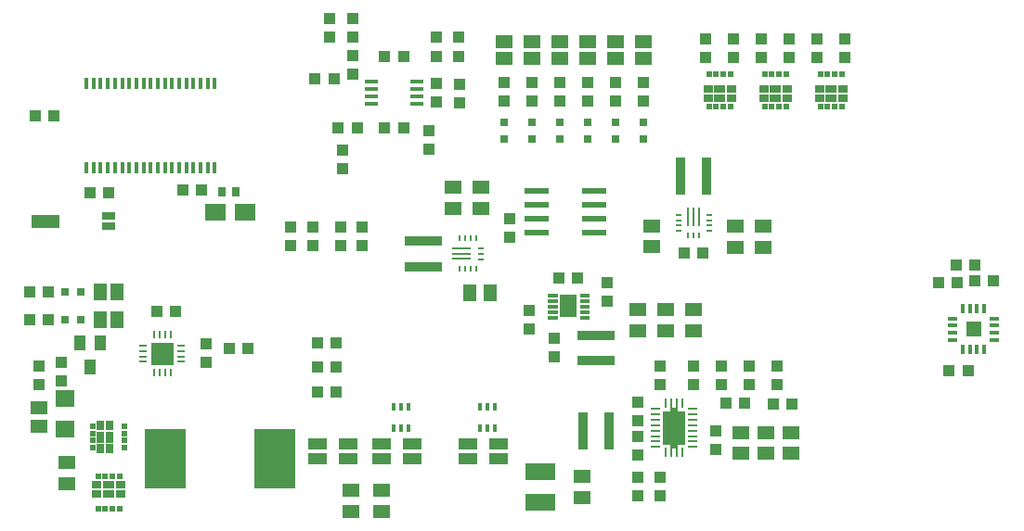
<source format=gtp>
G75*
%MOIN*%
%OFA0B0*%
%FSLAX25Y25*%
%IPPOS*%
%LPD*%
%AMOC8*
5,1,8,0,0,1.08239X$1,22.5*
%
%ADD10R,0.01378X0.03937*%
%ADD11R,0.08661X0.02362*%
%ADD12R,0.01100X0.03100*%
%ADD13R,0.03100X0.01100*%
%ADD14R,0.08400X0.08400*%
%ADD15R,0.07000X0.00900*%
%ADD16R,0.00900X0.02400*%
%ADD17R,0.02400X0.00900*%
%ADD18R,0.05118X0.05906*%
%ADD19R,0.05906X0.05118*%
%ADD20R,0.04331X0.03937*%
%ADD21R,0.06299X0.08465*%
%ADD22C,0.00011*%
%ADD23R,0.13200X0.03800*%
%ADD24R,0.03937X0.04331*%
%ADD25R,0.03150X0.03150*%
%ADD26R,0.06300X0.04600*%
%ADD27R,0.00900X0.07000*%
%ADD28R,0.03800X0.13200*%
%ADD29R,0.04724X0.01181*%
%ADD30R,0.01181X0.02953*%
%ADD31R,0.06800X0.04330*%
%ADD32R,0.07677X0.05906*%
%ADD33R,0.02756X0.03543*%
%ADD34R,0.05000X0.02500*%
%ADD35R,0.10000X0.05000*%
%ADD36R,0.01102X0.03346*%
%ADD37R,0.03346X0.01102*%
%ADD38R,0.08071X0.12008*%
%ADD39R,0.00906X0.04528*%
%ADD40R,0.03071X0.15157*%
%ADD41R,0.15157X0.21654*%
%ADD42R,0.02200X0.02000*%
%ADD43R,0.03000X0.03500*%
%ADD44R,0.03000X0.04000*%
%ADD45R,0.02000X0.02200*%
%ADD46R,0.03500X0.03000*%
%ADD47R,0.04000X0.03000*%
%ADD48R,0.04600X0.06300*%
%ADD49R,0.10630X0.06299*%
%ADD50R,0.03937X0.05512*%
%ADD51R,0.07098X0.06299*%
%ADD52R,0.01654X0.03346*%
%ADD53R,0.03346X0.01654*%
%ADD54R,0.05669X0.05669*%
D10*
X0054071Y0147329D03*
X0056630Y0147329D03*
X0059189Y0147329D03*
X0061749Y0147329D03*
X0064308Y0147329D03*
X0066867Y0147329D03*
X0069426Y0147329D03*
X0071985Y0147329D03*
X0074544Y0147329D03*
X0077103Y0147329D03*
X0079662Y0147329D03*
X0082221Y0147329D03*
X0084780Y0147329D03*
X0087339Y0147329D03*
X0089898Y0147329D03*
X0092457Y0147329D03*
X0095016Y0147329D03*
X0097575Y0147329D03*
X0100134Y0147329D03*
X0100134Y0177644D03*
X0097575Y0177644D03*
X0095016Y0177644D03*
X0092457Y0177644D03*
X0089898Y0177644D03*
X0087339Y0177644D03*
X0084780Y0177644D03*
X0082221Y0177644D03*
X0079662Y0177644D03*
X0077103Y0177644D03*
X0074544Y0177644D03*
X0071985Y0177644D03*
X0069426Y0177644D03*
X0066867Y0177644D03*
X0064308Y0177644D03*
X0061749Y0177644D03*
X0059189Y0177644D03*
X0056630Y0177644D03*
X0054071Y0177644D03*
D11*
X0215764Y0138806D03*
X0215764Y0133806D03*
X0215764Y0128806D03*
X0215764Y0123806D03*
X0236237Y0123806D03*
X0236237Y0128806D03*
X0236237Y0133806D03*
X0236237Y0138806D03*
D12*
X0084229Y0087329D03*
X0082260Y0087329D03*
X0080292Y0087329D03*
X0078323Y0087329D03*
X0078323Y0073550D03*
X0080292Y0073550D03*
X0082260Y0073550D03*
X0084229Y0073550D03*
D13*
X0088166Y0077486D03*
X0088166Y0079455D03*
X0088166Y0081424D03*
X0088166Y0083393D03*
X0074386Y0083393D03*
X0074386Y0081424D03*
X0074386Y0079455D03*
X0074386Y0077486D03*
D14*
X0081276Y0080439D03*
D15*
X0188855Y0114495D03*
X0188855Y0116424D03*
X0188855Y0118353D03*
D16*
X0188087Y0121935D03*
X0190056Y0121935D03*
X0192024Y0121935D03*
X0193993Y0121935D03*
X0193993Y0110912D03*
X0192024Y0110912D03*
X0190056Y0110912D03*
X0188087Y0110912D03*
X0270134Y0122959D03*
X0272103Y0122959D03*
X0274071Y0122959D03*
D17*
X0277615Y0124534D03*
X0277615Y0126502D03*
X0277615Y0128471D03*
X0277615Y0130439D03*
X0266591Y0130439D03*
X0266591Y0128471D03*
X0266591Y0126502D03*
X0266591Y0124534D03*
X0195567Y0118392D03*
X0195567Y0116424D03*
X0195567Y0114455D03*
D18*
X0199150Y0102408D03*
X0191670Y0102408D03*
D19*
X0195567Y0132762D03*
X0185646Y0132762D03*
X0185646Y0140243D03*
X0195567Y0140243D03*
X0257103Y0126463D03*
X0257103Y0118983D03*
X0287103Y0118746D03*
X0297103Y0118746D03*
X0297103Y0126227D03*
X0287103Y0126227D03*
X0272103Y0096227D03*
X0262103Y0096227D03*
X0262103Y0088746D03*
X0272103Y0088746D03*
X0252103Y0088746D03*
X0252103Y0096227D03*
X0289150Y0052132D03*
X0298166Y0052132D03*
X0307182Y0052132D03*
X0307182Y0044652D03*
X0298166Y0044652D03*
X0289150Y0044652D03*
X0232103Y0036227D03*
X0232103Y0028746D03*
X0159977Y0031227D03*
X0148914Y0031227D03*
X0148914Y0023746D03*
X0159977Y0023746D03*
X0047103Y0033746D03*
X0047103Y0041227D03*
X0037103Y0054140D03*
X0037103Y0060833D03*
D20*
X0079308Y0095518D03*
X0086000Y0095518D03*
X0127497Y0119376D03*
X0127497Y0126069D03*
X0153087Y0126069D03*
X0153087Y0119376D03*
X0145882Y0146935D03*
X0145882Y0153628D03*
X0177040Y0153825D03*
X0177040Y0160518D03*
X0188083Y0170558D03*
X0179540Y0170951D03*
X0179540Y0177644D03*
X0188083Y0177250D03*
X0179540Y0187451D03*
X0179540Y0194144D03*
X0167886Y0187298D03*
X0161193Y0187298D03*
X0149540Y0187644D03*
X0149540Y0194180D03*
X0149540Y0200872D03*
X0149540Y0180951D03*
X0204150Y0177959D03*
X0204150Y0171266D03*
X0214150Y0171266D03*
X0224150Y0171266D03*
X0224150Y0177959D03*
X0214150Y0177959D03*
X0234150Y0177959D03*
X0244150Y0177959D03*
X0244150Y0171266D03*
X0234150Y0171266D03*
X0254150Y0171266D03*
X0254150Y0177959D03*
X0276473Y0186817D03*
X0286473Y0186817D03*
X0286473Y0193510D03*
X0276473Y0193510D03*
X0296473Y0193510D03*
X0306473Y0193510D03*
X0306473Y0186817D03*
X0296473Y0186817D03*
X0316473Y0186817D03*
X0326473Y0186817D03*
X0326473Y0193510D03*
X0316473Y0193510D03*
X0205922Y0128904D03*
X0205922Y0122211D03*
X0223756Y0107487D03*
X0230449Y0107487D03*
X0241119Y0105912D03*
X0241119Y0099219D03*
X0213166Y0096109D03*
X0213166Y0089416D03*
X0252103Y0062880D03*
X0252103Y0056187D03*
X0272103Y0069140D03*
X0272103Y0075833D03*
X0302103Y0075833D03*
X0302103Y0069140D03*
X0359878Y0105991D03*
X0366571Y0105991D03*
X0373166Y0106483D03*
X0379859Y0106483D03*
X0143638Y0066621D03*
X0136945Y0066621D03*
X0095410Y0139471D03*
X0088717Y0139471D03*
X0061945Y0138471D03*
X0055252Y0138471D03*
D21*
X0227103Y0097487D03*
D22*
X0222964Y0098033D02*
X0219726Y0098033D01*
X0222964Y0098033D02*
X0222964Y0096941D01*
X0219726Y0096941D01*
X0219726Y0098033D01*
X0219726Y0096951D02*
X0222964Y0096951D01*
X0222964Y0096961D02*
X0219726Y0096961D01*
X0219726Y0096971D02*
X0222964Y0096971D01*
X0222964Y0096981D02*
X0219726Y0096981D01*
X0219726Y0096991D02*
X0222964Y0096991D01*
X0222964Y0097001D02*
X0219726Y0097001D01*
X0219726Y0097011D02*
X0222964Y0097011D01*
X0222964Y0097021D02*
X0219726Y0097021D01*
X0219726Y0097031D02*
X0222964Y0097031D01*
X0222964Y0097041D02*
X0219726Y0097041D01*
X0219726Y0097051D02*
X0222964Y0097051D01*
X0222964Y0097061D02*
X0219726Y0097061D01*
X0219726Y0097071D02*
X0222964Y0097071D01*
X0222964Y0097081D02*
X0219726Y0097081D01*
X0219726Y0097091D02*
X0222964Y0097091D01*
X0222964Y0097101D02*
X0219726Y0097101D01*
X0219726Y0097111D02*
X0222964Y0097111D01*
X0222964Y0097121D02*
X0219726Y0097121D01*
X0219726Y0097131D02*
X0222964Y0097131D01*
X0222964Y0097141D02*
X0219726Y0097141D01*
X0219726Y0097151D02*
X0222964Y0097151D01*
X0222964Y0097161D02*
X0219726Y0097161D01*
X0219726Y0097171D02*
X0222964Y0097171D01*
X0222964Y0097181D02*
X0219726Y0097181D01*
X0219726Y0097191D02*
X0222964Y0097191D01*
X0222964Y0097201D02*
X0219726Y0097201D01*
X0219726Y0097211D02*
X0222964Y0097211D01*
X0222964Y0097221D02*
X0219726Y0097221D01*
X0219726Y0097231D02*
X0222964Y0097231D01*
X0222964Y0097241D02*
X0219726Y0097241D01*
X0219726Y0097251D02*
X0222964Y0097251D01*
X0222964Y0097261D02*
X0219726Y0097261D01*
X0219726Y0097271D02*
X0222964Y0097271D01*
X0222964Y0097281D02*
X0219726Y0097281D01*
X0219726Y0097291D02*
X0222964Y0097291D01*
X0222964Y0097301D02*
X0219726Y0097301D01*
X0219726Y0097311D02*
X0222964Y0097311D01*
X0222964Y0097321D02*
X0219726Y0097321D01*
X0219726Y0097331D02*
X0222964Y0097331D01*
X0222964Y0097341D02*
X0219726Y0097341D01*
X0219726Y0097351D02*
X0222964Y0097351D01*
X0222964Y0097361D02*
X0219726Y0097361D01*
X0219726Y0097371D02*
X0222964Y0097371D01*
X0222964Y0097381D02*
X0219726Y0097381D01*
X0219726Y0097391D02*
X0222964Y0097391D01*
X0222964Y0097401D02*
X0219726Y0097401D01*
X0219726Y0097411D02*
X0222964Y0097411D01*
X0222964Y0097421D02*
X0219726Y0097421D01*
X0219726Y0097431D02*
X0222964Y0097431D01*
X0222964Y0097441D02*
X0219726Y0097441D01*
X0219726Y0097451D02*
X0222964Y0097451D01*
X0222964Y0097461D02*
X0219726Y0097461D01*
X0219726Y0097471D02*
X0222964Y0097471D01*
X0222964Y0097481D02*
X0219726Y0097481D01*
X0219726Y0097491D02*
X0222964Y0097491D01*
X0222964Y0097501D02*
X0219726Y0097501D01*
X0219726Y0097511D02*
X0222964Y0097511D01*
X0222964Y0097521D02*
X0219726Y0097521D01*
X0219726Y0097531D02*
X0222964Y0097531D01*
X0222964Y0097541D02*
X0219726Y0097541D01*
X0219726Y0097551D02*
X0222964Y0097551D01*
X0222964Y0097561D02*
X0219726Y0097561D01*
X0219726Y0097571D02*
X0222964Y0097571D01*
X0222964Y0097581D02*
X0219726Y0097581D01*
X0219726Y0097591D02*
X0222964Y0097591D01*
X0222964Y0097601D02*
X0219726Y0097601D01*
X0219726Y0097611D02*
X0222964Y0097611D01*
X0222964Y0097621D02*
X0219726Y0097621D01*
X0219726Y0097631D02*
X0222964Y0097631D01*
X0222964Y0097641D02*
X0219726Y0097641D01*
X0219726Y0097651D02*
X0222964Y0097651D01*
X0222964Y0097661D02*
X0219726Y0097661D01*
X0219726Y0097671D02*
X0222964Y0097671D01*
X0222964Y0097681D02*
X0219726Y0097681D01*
X0219726Y0097691D02*
X0222964Y0097691D01*
X0222964Y0097701D02*
X0219726Y0097701D01*
X0219726Y0097711D02*
X0222964Y0097711D01*
X0222964Y0097721D02*
X0219726Y0097721D01*
X0219726Y0097731D02*
X0222964Y0097731D01*
X0222964Y0097741D02*
X0219726Y0097741D01*
X0219726Y0097751D02*
X0222964Y0097751D01*
X0222964Y0097761D02*
X0219726Y0097761D01*
X0219726Y0097771D02*
X0222964Y0097771D01*
X0222964Y0097781D02*
X0219726Y0097781D01*
X0219726Y0097791D02*
X0222964Y0097791D01*
X0222964Y0097801D02*
X0219726Y0097801D01*
X0219726Y0097811D02*
X0222964Y0097811D01*
X0222964Y0097821D02*
X0219726Y0097821D01*
X0219726Y0097831D02*
X0222964Y0097831D01*
X0222964Y0097841D02*
X0219726Y0097841D01*
X0219726Y0097851D02*
X0222964Y0097851D01*
X0222964Y0097861D02*
X0219726Y0097861D01*
X0219726Y0097871D02*
X0222964Y0097871D01*
X0222964Y0097881D02*
X0219726Y0097881D01*
X0219726Y0097891D02*
X0222964Y0097891D01*
X0222964Y0097901D02*
X0219726Y0097901D01*
X0219726Y0097911D02*
X0222964Y0097911D01*
X0222964Y0097921D02*
X0219726Y0097921D01*
X0219726Y0097931D02*
X0222964Y0097931D01*
X0222964Y0097941D02*
X0219726Y0097941D01*
X0219726Y0097951D02*
X0222964Y0097951D01*
X0222964Y0097961D02*
X0219726Y0097961D01*
X0219726Y0097971D02*
X0222964Y0097971D01*
X0222964Y0097981D02*
X0219726Y0097981D01*
X0219726Y0097991D02*
X0222964Y0097991D01*
X0222964Y0098001D02*
X0219726Y0098001D01*
X0219726Y0098011D02*
X0222964Y0098011D01*
X0222964Y0098021D02*
X0219726Y0098021D01*
X0219726Y0098031D02*
X0222964Y0098031D01*
X0222964Y0100001D02*
X0219726Y0100001D01*
X0222964Y0100001D02*
X0222964Y0098909D01*
X0219726Y0098909D01*
X0219726Y0100001D01*
X0219726Y0098919D02*
X0222964Y0098919D01*
X0222964Y0098929D02*
X0219726Y0098929D01*
X0219726Y0098939D02*
X0222964Y0098939D01*
X0222964Y0098949D02*
X0219726Y0098949D01*
X0219726Y0098959D02*
X0222964Y0098959D01*
X0222964Y0098969D02*
X0219726Y0098969D01*
X0219726Y0098979D02*
X0222964Y0098979D01*
X0222964Y0098989D02*
X0219726Y0098989D01*
X0219726Y0098999D02*
X0222964Y0098999D01*
X0222964Y0099009D02*
X0219726Y0099009D01*
X0219726Y0099019D02*
X0222964Y0099019D01*
X0222964Y0099029D02*
X0219726Y0099029D01*
X0219726Y0099039D02*
X0222964Y0099039D01*
X0222964Y0099049D02*
X0219726Y0099049D01*
X0219726Y0099059D02*
X0222964Y0099059D01*
X0222964Y0099069D02*
X0219726Y0099069D01*
X0219726Y0099079D02*
X0222964Y0099079D01*
X0222964Y0099089D02*
X0219726Y0099089D01*
X0219726Y0099099D02*
X0222964Y0099099D01*
X0222964Y0099109D02*
X0219726Y0099109D01*
X0219726Y0099119D02*
X0222964Y0099119D01*
X0222964Y0099129D02*
X0219726Y0099129D01*
X0219726Y0099139D02*
X0222964Y0099139D01*
X0222964Y0099149D02*
X0219726Y0099149D01*
X0219726Y0099159D02*
X0222964Y0099159D01*
X0222964Y0099169D02*
X0219726Y0099169D01*
X0219726Y0099179D02*
X0222964Y0099179D01*
X0222964Y0099189D02*
X0219726Y0099189D01*
X0219726Y0099199D02*
X0222964Y0099199D01*
X0222964Y0099209D02*
X0219726Y0099209D01*
X0219726Y0099219D02*
X0222964Y0099219D01*
X0222964Y0099229D02*
X0219726Y0099229D01*
X0219726Y0099239D02*
X0222964Y0099239D01*
X0222964Y0099249D02*
X0219726Y0099249D01*
X0219726Y0099259D02*
X0222964Y0099259D01*
X0222964Y0099269D02*
X0219726Y0099269D01*
X0219726Y0099279D02*
X0222964Y0099279D01*
X0222964Y0099289D02*
X0219726Y0099289D01*
X0219726Y0099299D02*
X0222964Y0099299D01*
X0222964Y0099309D02*
X0219726Y0099309D01*
X0219726Y0099319D02*
X0222964Y0099319D01*
X0222964Y0099329D02*
X0219726Y0099329D01*
X0219726Y0099339D02*
X0222964Y0099339D01*
X0222964Y0099349D02*
X0219726Y0099349D01*
X0219726Y0099359D02*
X0222964Y0099359D01*
X0222964Y0099369D02*
X0219726Y0099369D01*
X0219726Y0099379D02*
X0222964Y0099379D01*
X0222964Y0099389D02*
X0219726Y0099389D01*
X0219726Y0099399D02*
X0222964Y0099399D01*
X0222964Y0099409D02*
X0219726Y0099409D01*
X0219726Y0099419D02*
X0222964Y0099419D01*
X0222964Y0099429D02*
X0219726Y0099429D01*
X0219726Y0099439D02*
X0222964Y0099439D01*
X0222964Y0099449D02*
X0219726Y0099449D01*
X0219726Y0099459D02*
X0222964Y0099459D01*
X0222964Y0099469D02*
X0219726Y0099469D01*
X0219726Y0099479D02*
X0222964Y0099479D01*
X0222964Y0099489D02*
X0219726Y0099489D01*
X0219726Y0099499D02*
X0222964Y0099499D01*
X0222964Y0099509D02*
X0219726Y0099509D01*
X0219726Y0099519D02*
X0222964Y0099519D01*
X0222964Y0099529D02*
X0219726Y0099529D01*
X0219726Y0099539D02*
X0222964Y0099539D01*
X0222964Y0099549D02*
X0219726Y0099549D01*
X0219726Y0099559D02*
X0222964Y0099559D01*
X0222964Y0099569D02*
X0219726Y0099569D01*
X0219726Y0099579D02*
X0222964Y0099579D01*
X0222964Y0099589D02*
X0219726Y0099589D01*
X0219726Y0099599D02*
X0222964Y0099599D01*
X0222964Y0099609D02*
X0219726Y0099609D01*
X0219726Y0099619D02*
X0222964Y0099619D01*
X0222964Y0099629D02*
X0219726Y0099629D01*
X0219726Y0099639D02*
X0222964Y0099639D01*
X0222964Y0099649D02*
X0219726Y0099649D01*
X0219726Y0099659D02*
X0222964Y0099659D01*
X0222964Y0099669D02*
X0219726Y0099669D01*
X0219726Y0099679D02*
X0222964Y0099679D01*
X0222964Y0099689D02*
X0219726Y0099689D01*
X0219726Y0099699D02*
X0222964Y0099699D01*
X0222964Y0099709D02*
X0219726Y0099709D01*
X0219726Y0099719D02*
X0222964Y0099719D01*
X0222964Y0099729D02*
X0219726Y0099729D01*
X0219726Y0099739D02*
X0222964Y0099739D01*
X0222964Y0099749D02*
X0219726Y0099749D01*
X0219726Y0099759D02*
X0222964Y0099759D01*
X0222964Y0099769D02*
X0219726Y0099769D01*
X0219726Y0099779D02*
X0222964Y0099779D01*
X0222964Y0099789D02*
X0219726Y0099789D01*
X0219726Y0099799D02*
X0222964Y0099799D01*
X0222964Y0099809D02*
X0219726Y0099809D01*
X0219726Y0099819D02*
X0222964Y0099819D01*
X0222964Y0099829D02*
X0219726Y0099829D01*
X0219726Y0099839D02*
X0222964Y0099839D01*
X0222964Y0099849D02*
X0219726Y0099849D01*
X0219726Y0099859D02*
X0222964Y0099859D01*
X0222964Y0099869D02*
X0219726Y0099869D01*
X0219726Y0099879D02*
X0222964Y0099879D01*
X0222964Y0099889D02*
X0219726Y0099889D01*
X0219726Y0099899D02*
X0222964Y0099899D01*
X0222964Y0099909D02*
X0219726Y0099909D01*
X0219726Y0099919D02*
X0222964Y0099919D01*
X0222964Y0099929D02*
X0219726Y0099929D01*
X0219726Y0099939D02*
X0222964Y0099939D01*
X0222964Y0099949D02*
X0219726Y0099949D01*
X0219726Y0099959D02*
X0222964Y0099959D01*
X0222964Y0099969D02*
X0219726Y0099969D01*
X0219726Y0099979D02*
X0222964Y0099979D01*
X0222964Y0099989D02*
X0219726Y0099989D01*
X0219726Y0099999D02*
X0222964Y0099999D01*
X0222964Y0101970D02*
X0219726Y0101970D01*
X0222964Y0101970D02*
X0222964Y0100878D01*
X0219726Y0100878D01*
X0219726Y0101970D01*
X0219726Y0100888D02*
X0222964Y0100888D01*
X0222964Y0100898D02*
X0219726Y0100898D01*
X0219726Y0100908D02*
X0222964Y0100908D01*
X0222964Y0100918D02*
X0219726Y0100918D01*
X0219726Y0100928D02*
X0222964Y0100928D01*
X0222964Y0100938D02*
X0219726Y0100938D01*
X0219726Y0100948D02*
X0222964Y0100948D01*
X0222964Y0100958D02*
X0219726Y0100958D01*
X0219726Y0100968D02*
X0222964Y0100968D01*
X0222964Y0100978D02*
X0219726Y0100978D01*
X0219726Y0100988D02*
X0222964Y0100988D01*
X0222964Y0100998D02*
X0219726Y0100998D01*
X0219726Y0101008D02*
X0222964Y0101008D01*
X0222964Y0101018D02*
X0219726Y0101018D01*
X0219726Y0101028D02*
X0222964Y0101028D01*
X0222964Y0101038D02*
X0219726Y0101038D01*
X0219726Y0101048D02*
X0222964Y0101048D01*
X0222964Y0101058D02*
X0219726Y0101058D01*
X0219726Y0101068D02*
X0222964Y0101068D01*
X0222964Y0101078D02*
X0219726Y0101078D01*
X0219726Y0101088D02*
X0222964Y0101088D01*
X0222964Y0101098D02*
X0219726Y0101098D01*
X0219726Y0101108D02*
X0222964Y0101108D01*
X0222964Y0101118D02*
X0219726Y0101118D01*
X0219726Y0101128D02*
X0222964Y0101128D01*
X0222964Y0101138D02*
X0219726Y0101138D01*
X0219726Y0101148D02*
X0222964Y0101148D01*
X0222964Y0101158D02*
X0219726Y0101158D01*
X0219726Y0101168D02*
X0222964Y0101168D01*
X0222964Y0101178D02*
X0219726Y0101178D01*
X0219726Y0101188D02*
X0222964Y0101188D01*
X0222964Y0101198D02*
X0219726Y0101198D01*
X0219726Y0101208D02*
X0222964Y0101208D01*
X0222964Y0101218D02*
X0219726Y0101218D01*
X0219726Y0101228D02*
X0222964Y0101228D01*
X0222964Y0101238D02*
X0219726Y0101238D01*
X0219726Y0101248D02*
X0222964Y0101248D01*
X0222964Y0101258D02*
X0219726Y0101258D01*
X0219726Y0101268D02*
X0222964Y0101268D01*
X0222964Y0101278D02*
X0219726Y0101278D01*
X0219726Y0101288D02*
X0222964Y0101288D01*
X0222964Y0101298D02*
X0219726Y0101298D01*
X0219726Y0101308D02*
X0222964Y0101308D01*
X0222964Y0101318D02*
X0219726Y0101318D01*
X0219726Y0101328D02*
X0222964Y0101328D01*
X0222964Y0101338D02*
X0219726Y0101338D01*
X0219726Y0101348D02*
X0222964Y0101348D01*
X0222964Y0101358D02*
X0219726Y0101358D01*
X0219726Y0101368D02*
X0222964Y0101368D01*
X0222964Y0101378D02*
X0219726Y0101378D01*
X0219726Y0101388D02*
X0222964Y0101388D01*
X0222964Y0101398D02*
X0219726Y0101398D01*
X0219726Y0101408D02*
X0222964Y0101408D01*
X0222964Y0101418D02*
X0219726Y0101418D01*
X0219726Y0101428D02*
X0222964Y0101428D01*
X0222964Y0101438D02*
X0219726Y0101438D01*
X0219726Y0101448D02*
X0222964Y0101448D01*
X0222964Y0101458D02*
X0219726Y0101458D01*
X0219726Y0101468D02*
X0222964Y0101468D01*
X0222964Y0101478D02*
X0219726Y0101478D01*
X0219726Y0101488D02*
X0222964Y0101488D01*
X0222964Y0101498D02*
X0219726Y0101498D01*
X0219726Y0101508D02*
X0222964Y0101508D01*
X0222964Y0101518D02*
X0219726Y0101518D01*
X0219726Y0101528D02*
X0222964Y0101528D01*
X0222964Y0101538D02*
X0219726Y0101538D01*
X0219726Y0101548D02*
X0222964Y0101548D01*
X0222964Y0101558D02*
X0219726Y0101558D01*
X0219726Y0101568D02*
X0222964Y0101568D01*
X0222964Y0101578D02*
X0219726Y0101578D01*
X0219726Y0101588D02*
X0222964Y0101588D01*
X0222964Y0101598D02*
X0219726Y0101598D01*
X0219726Y0101608D02*
X0222964Y0101608D01*
X0222964Y0101618D02*
X0219726Y0101618D01*
X0219726Y0101628D02*
X0222964Y0101628D01*
X0222964Y0101638D02*
X0219726Y0101638D01*
X0219726Y0101648D02*
X0222964Y0101648D01*
X0222964Y0101658D02*
X0219726Y0101658D01*
X0219726Y0101668D02*
X0222964Y0101668D01*
X0222964Y0101678D02*
X0219726Y0101678D01*
X0219726Y0101688D02*
X0222964Y0101688D01*
X0222964Y0101698D02*
X0219726Y0101698D01*
X0219726Y0101708D02*
X0222964Y0101708D01*
X0222964Y0101718D02*
X0219726Y0101718D01*
X0219726Y0101728D02*
X0222964Y0101728D01*
X0222964Y0101738D02*
X0219726Y0101738D01*
X0219726Y0101748D02*
X0222964Y0101748D01*
X0222964Y0101758D02*
X0219726Y0101758D01*
X0219726Y0101768D02*
X0222964Y0101768D01*
X0222964Y0101778D02*
X0219726Y0101778D01*
X0219726Y0101788D02*
X0222964Y0101788D01*
X0222964Y0101798D02*
X0219726Y0101798D01*
X0219726Y0101808D02*
X0222964Y0101808D01*
X0222964Y0101818D02*
X0219726Y0101818D01*
X0219726Y0101828D02*
X0222964Y0101828D01*
X0222964Y0101838D02*
X0219726Y0101838D01*
X0219726Y0101848D02*
X0222964Y0101848D01*
X0222964Y0101858D02*
X0219726Y0101858D01*
X0219726Y0101868D02*
X0222964Y0101868D01*
X0222964Y0101878D02*
X0219726Y0101878D01*
X0219726Y0101888D02*
X0222964Y0101888D01*
X0222964Y0101898D02*
X0219726Y0101898D01*
X0219726Y0101908D02*
X0222964Y0101908D01*
X0222964Y0101918D02*
X0219726Y0101918D01*
X0219726Y0101928D02*
X0222964Y0101928D01*
X0222964Y0101938D02*
X0219726Y0101938D01*
X0219726Y0101948D02*
X0222964Y0101948D01*
X0222964Y0101958D02*
X0219726Y0101958D01*
X0219726Y0101968D02*
X0222964Y0101968D01*
X0222964Y0096064D02*
X0219726Y0096064D01*
X0222964Y0096064D02*
X0222964Y0094972D01*
X0219726Y0094972D01*
X0219726Y0096064D01*
X0219726Y0094982D02*
X0222964Y0094982D01*
X0222964Y0094992D02*
X0219726Y0094992D01*
X0219726Y0095002D02*
X0222964Y0095002D01*
X0222964Y0095012D02*
X0219726Y0095012D01*
X0219726Y0095022D02*
X0222964Y0095022D01*
X0222964Y0095032D02*
X0219726Y0095032D01*
X0219726Y0095042D02*
X0222964Y0095042D01*
X0222964Y0095052D02*
X0219726Y0095052D01*
X0219726Y0095062D02*
X0222964Y0095062D01*
X0222964Y0095072D02*
X0219726Y0095072D01*
X0219726Y0095082D02*
X0222964Y0095082D01*
X0222964Y0095092D02*
X0219726Y0095092D01*
X0219726Y0095102D02*
X0222964Y0095102D01*
X0222964Y0095112D02*
X0219726Y0095112D01*
X0219726Y0095122D02*
X0222964Y0095122D01*
X0222964Y0095132D02*
X0219726Y0095132D01*
X0219726Y0095142D02*
X0222964Y0095142D01*
X0222964Y0095152D02*
X0219726Y0095152D01*
X0219726Y0095162D02*
X0222964Y0095162D01*
X0222964Y0095172D02*
X0219726Y0095172D01*
X0219726Y0095182D02*
X0222964Y0095182D01*
X0222964Y0095192D02*
X0219726Y0095192D01*
X0219726Y0095202D02*
X0222964Y0095202D01*
X0222964Y0095212D02*
X0219726Y0095212D01*
X0219726Y0095222D02*
X0222964Y0095222D01*
X0222964Y0095232D02*
X0219726Y0095232D01*
X0219726Y0095242D02*
X0222964Y0095242D01*
X0222964Y0095252D02*
X0219726Y0095252D01*
X0219726Y0095262D02*
X0222964Y0095262D01*
X0222964Y0095272D02*
X0219726Y0095272D01*
X0219726Y0095282D02*
X0222964Y0095282D01*
X0222964Y0095292D02*
X0219726Y0095292D01*
X0219726Y0095302D02*
X0222964Y0095302D01*
X0222964Y0095312D02*
X0219726Y0095312D01*
X0219726Y0095322D02*
X0222964Y0095322D01*
X0222964Y0095332D02*
X0219726Y0095332D01*
X0219726Y0095342D02*
X0222964Y0095342D01*
X0222964Y0095352D02*
X0219726Y0095352D01*
X0219726Y0095362D02*
X0222964Y0095362D01*
X0222964Y0095372D02*
X0219726Y0095372D01*
X0219726Y0095382D02*
X0222964Y0095382D01*
X0222964Y0095392D02*
X0219726Y0095392D01*
X0219726Y0095402D02*
X0222964Y0095402D01*
X0222964Y0095412D02*
X0219726Y0095412D01*
X0219726Y0095422D02*
X0222964Y0095422D01*
X0222964Y0095432D02*
X0219726Y0095432D01*
X0219726Y0095442D02*
X0222964Y0095442D01*
X0222964Y0095452D02*
X0219726Y0095452D01*
X0219726Y0095462D02*
X0222964Y0095462D01*
X0222964Y0095472D02*
X0219726Y0095472D01*
X0219726Y0095482D02*
X0222964Y0095482D01*
X0222964Y0095492D02*
X0219726Y0095492D01*
X0219726Y0095502D02*
X0222964Y0095502D01*
X0222964Y0095512D02*
X0219726Y0095512D01*
X0219726Y0095522D02*
X0222964Y0095522D01*
X0222964Y0095532D02*
X0219726Y0095532D01*
X0219726Y0095542D02*
X0222964Y0095542D01*
X0222964Y0095552D02*
X0219726Y0095552D01*
X0219726Y0095562D02*
X0222964Y0095562D01*
X0222964Y0095572D02*
X0219726Y0095572D01*
X0219726Y0095582D02*
X0222964Y0095582D01*
X0222964Y0095592D02*
X0219726Y0095592D01*
X0219726Y0095602D02*
X0222964Y0095602D01*
X0222964Y0095612D02*
X0219726Y0095612D01*
X0219726Y0095622D02*
X0222964Y0095622D01*
X0222964Y0095632D02*
X0219726Y0095632D01*
X0219726Y0095642D02*
X0222964Y0095642D01*
X0222964Y0095652D02*
X0219726Y0095652D01*
X0219726Y0095662D02*
X0222964Y0095662D01*
X0222964Y0095672D02*
X0219726Y0095672D01*
X0219726Y0095682D02*
X0222964Y0095682D01*
X0222964Y0095692D02*
X0219726Y0095692D01*
X0219726Y0095702D02*
X0222964Y0095702D01*
X0222964Y0095712D02*
X0219726Y0095712D01*
X0219726Y0095722D02*
X0222964Y0095722D01*
X0222964Y0095732D02*
X0219726Y0095732D01*
X0219726Y0095742D02*
X0222964Y0095742D01*
X0222964Y0095752D02*
X0219726Y0095752D01*
X0219726Y0095762D02*
X0222964Y0095762D01*
X0222964Y0095772D02*
X0219726Y0095772D01*
X0219726Y0095782D02*
X0222964Y0095782D01*
X0222964Y0095792D02*
X0219726Y0095792D01*
X0219726Y0095802D02*
X0222964Y0095802D01*
X0222964Y0095812D02*
X0219726Y0095812D01*
X0219726Y0095822D02*
X0222964Y0095822D01*
X0222964Y0095832D02*
X0219726Y0095832D01*
X0219726Y0095842D02*
X0222964Y0095842D01*
X0222964Y0095852D02*
X0219726Y0095852D01*
X0219726Y0095862D02*
X0222964Y0095862D01*
X0222964Y0095872D02*
X0219726Y0095872D01*
X0219726Y0095882D02*
X0222964Y0095882D01*
X0222964Y0095892D02*
X0219726Y0095892D01*
X0219726Y0095902D02*
X0222964Y0095902D01*
X0222964Y0095912D02*
X0219726Y0095912D01*
X0219726Y0095922D02*
X0222964Y0095922D01*
X0222964Y0095932D02*
X0219726Y0095932D01*
X0219726Y0095942D02*
X0222964Y0095942D01*
X0222964Y0095952D02*
X0219726Y0095952D01*
X0219726Y0095962D02*
X0222964Y0095962D01*
X0222964Y0095972D02*
X0219726Y0095972D01*
X0219726Y0095982D02*
X0222964Y0095982D01*
X0222964Y0095992D02*
X0219726Y0095992D01*
X0219726Y0096002D02*
X0222964Y0096002D01*
X0222964Y0096012D02*
X0219726Y0096012D01*
X0219726Y0096022D02*
X0222964Y0096022D01*
X0222964Y0096032D02*
X0219726Y0096032D01*
X0219726Y0096042D02*
X0222964Y0096042D01*
X0222964Y0096052D02*
X0219726Y0096052D01*
X0219726Y0096062D02*
X0222964Y0096062D01*
X0222964Y0094096D02*
X0219726Y0094096D01*
X0222964Y0094096D02*
X0222964Y0093004D01*
X0219726Y0093004D01*
X0219726Y0094096D01*
X0219726Y0093014D02*
X0222964Y0093014D01*
X0222964Y0093024D02*
X0219726Y0093024D01*
X0219726Y0093034D02*
X0222964Y0093034D01*
X0222964Y0093044D02*
X0219726Y0093044D01*
X0219726Y0093054D02*
X0222964Y0093054D01*
X0222964Y0093064D02*
X0219726Y0093064D01*
X0219726Y0093074D02*
X0222964Y0093074D01*
X0222964Y0093084D02*
X0219726Y0093084D01*
X0219726Y0093094D02*
X0222964Y0093094D01*
X0222964Y0093104D02*
X0219726Y0093104D01*
X0219726Y0093114D02*
X0222964Y0093114D01*
X0222964Y0093124D02*
X0219726Y0093124D01*
X0219726Y0093134D02*
X0222964Y0093134D01*
X0222964Y0093144D02*
X0219726Y0093144D01*
X0219726Y0093154D02*
X0222964Y0093154D01*
X0222964Y0093164D02*
X0219726Y0093164D01*
X0219726Y0093174D02*
X0222964Y0093174D01*
X0222964Y0093184D02*
X0219726Y0093184D01*
X0219726Y0093194D02*
X0222964Y0093194D01*
X0222964Y0093204D02*
X0219726Y0093204D01*
X0219726Y0093214D02*
X0222964Y0093214D01*
X0222964Y0093224D02*
X0219726Y0093224D01*
X0219726Y0093234D02*
X0222964Y0093234D01*
X0222964Y0093244D02*
X0219726Y0093244D01*
X0219726Y0093254D02*
X0222964Y0093254D01*
X0222964Y0093264D02*
X0219726Y0093264D01*
X0219726Y0093274D02*
X0222964Y0093274D01*
X0222964Y0093284D02*
X0219726Y0093284D01*
X0219726Y0093294D02*
X0222964Y0093294D01*
X0222964Y0093304D02*
X0219726Y0093304D01*
X0219726Y0093314D02*
X0222964Y0093314D01*
X0222964Y0093324D02*
X0219726Y0093324D01*
X0219726Y0093334D02*
X0222964Y0093334D01*
X0222964Y0093344D02*
X0219726Y0093344D01*
X0219726Y0093354D02*
X0222964Y0093354D01*
X0222964Y0093364D02*
X0219726Y0093364D01*
X0219726Y0093374D02*
X0222964Y0093374D01*
X0222964Y0093384D02*
X0219726Y0093384D01*
X0219726Y0093394D02*
X0222964Y0093394D01*
X0222964Y0093404D02*
X0219726Y0093404D01*
X0219726Y0093414D02*
X0222964Y0093414D01*
X0222964Y0093424D02*
X0219726Y0093424D01*
X0219726Y0093434D02*
X0222964Y0093434D01*
X0222964Y0093444D02*
X0219726Y0093444D01*
X0219726Y0093454D02*
X0222964Y0093454D01*
X0222964Y0093464D02*
X0219726Y0093464D01*
X0219726Y0093474D02*
X0222964Y0093474D01*
X0222964Y0093484D02*
X0219726Y0093484D01*
X0219726Y0093494D02*
X0222964Y0093494D01*
X0222964Y0093504D02*
X0219726Y0093504D01*
X0219726Y0093514D02*
X0222964Y0093514D01*
X0222964Y0093524D02*
X0219726Y0093524D01*
X0219726Y0093534D02*
X0222964Y0093534D01*
X0222964Y0093544D02*
X0219726Y0093544D01*
X0219726Y0093554D02*
X0222964Y0093554D01*
X0222964Y0093564D02*
X0219726Y0093564D01*
X0219726Y0093574D02*
X0222964Y0093574D01*
X0222964Y0093584D02*
X0219726Y0093584D01*
X0219726Y0093594D02*
X0222964Y0093594D01*
X0222964Y0093604D02*
X0219726Y0093604D01*
X0219726Y0093614D02*
X0222964Y0093614D01*
X0222964Y0093624D02*
X0219726Y0093624D01*
X0219726Y0093634D02*
X0222964Y0093634D01*
X0222964Y0093644D02*
X0219726Y0093644D01*
X0219726Y0093654D02*
X0222964Y0093654D01*
X0222964Y0093664D02*
X0219726Y0093664D01*
X0219726Y0093674D02*
X0222964Y0093674D01*
X0222964Y0093684D02*
X0219726Y0093684D01*
X0219726Y0093694D02*
X0222964Y0093694D01*
X0222964Y0093704D02*
X0219726Y0093704D01*
X0219726Y0093714D02*
X0222964Y0093714D01*
X0222964Y0093724D02*
X0219726Y0093724D01*
X0219726Y0093734D02*
X0222964Y0093734D01*
X0222964Y0093744D02*
X0219726Y0093744D01*
X0219726Y0093754D02*
X0222964Y0093754D01*
X0222964Y0093764D02*
X0219726Y0093764D01*
X0219726Y0093774D02*
X0222964Y0093774D01*
X0222964Y0093784D02*
X0219726Y0093784D01*
X0219726Y0093794D02*
X0222964Y0093794D01*
X0222964Y0093804D02*
X0219726Y0093804D01*
X0219726Y0093814D02*
X0222964Y0093814D01*
X0222964Y0093824D02*
X0219726Y0093824D01*
X0219726Y0093834D02*
X0222964Y0093834D01*
X0222964Y0093844D02*
X0219726Y0093844D01*
X0219726Y0093854D02*
X0222964Y0093854D01*
X0222964Y0093864D02*
X0219726Y0093864D01*
X0219726Y0093874D02*
X0222964Y0093874D01*
X0222964Y0093884D02*
X0219726Y0093884D01*
X0219726Y0093894D02*
X0222964Y0093894D01*
X0222964Y0093904D02*
X0219726Y0093904D01*
X0219726Y0093914D02*
X0222964Y0093914D01*
X0222964Y0093924D02*
X0219726Y0093924D01*
X0219726Y0093934D02*
X0222964Y0093934D01*
X0222964Y0093944D02*
X0219726Y0093944D01*
X0219726Y0093954D02*
X0222964Y0093954D01*
X0222964Y0093964D02*
X0219726Y0093964D01*
X0219726Y0093974D02*
X0222964Y0093974D01*
X0222964Y0093984D02*
X0219726Y0093984D01*
X0219726Y0093994D02*
X0222964Y0093994D01*
X0222964Y0094004D02*
X0219726Y0094004D01*
X0219726Y0094014D02*
X0222964Y0094014D01*
X0222964Y0094024D02*
X0219726Y0094024D01*
X0219726Y0094034D02*
X0222964Y0094034D01*
X0222964Y0094044D02*
X0219726Y0094044D01*
X0219726Y0094054D02*
X0222964Y0094054D01*
X0222964Y0094064D02*
X0219726Y0094064D01*
X0219726Y0094074D02*
X0222964Y0094074D01*
X0222964Y0094084D02*
X0219726Y0094084D01*
X0219726Y0094094D02*
X0222964Y0094094D01*
X0231242Y0094096D02*
X0234480Y0094096D01*
X0234480Y0093004D01*
X0231242Y0093004D01*
X0231242Y0094096D01*
X0231242Y0093014D02*
X0234480Y0093014D01*
X0234480Y0093024D02*
X0231242Y0093024D01*
X0231242Y0093034D02*
X0234480Y0093034D01*
X0234480Y0093044D02*
X0231242Y0093044D01*
X0231242Y0093054D02*
X0234480Y0093054D01*
X0234480Y0093064D02*
X0231242Y0093064D01*
X0231242Y0093074D02*
X0234480Y0093074D01*
X0234480Y0093084D02*
X0231242Y0093084D01*
X0231242Y0093094D02*
X0234480Y0093094D01*
X0234480Y0093104D02*
X0231242Y0093104D01*
X0231242Y0093114D02*
X0234480Y0093114D01*
X0234480Y0093124D02*
X0231242Y0093124D01*
X0231242Y0093134D02*
X0234480Y0093134D01*
X0234480Y0093144D02*
X0231242Y0093144D01*
X0231242Y0093154D02*
X0234480Y0093154D01*
X0234480Y0093164D02*
X0231242Y0093164D01*
X0231242Y0093174D02*
X0234480Y0093174D01*
X0234480Y0093184D02*
X0231242Y0093184D01*
X0231242Y0093194D02*
X0234480Y0093194D01*
X0234480Y0093204D02*
X0231242Y0093204D01*
X0231242Y0093214D02*
X0234480Y0093214D01*
X0234480Y0093224D02*
X0231242Y0093224D01*
X0231242Y0093234D02*
X0234480Y0093234D01*
X0234480Y0093244D02*
X0231242Y0093244D01*
X0231242Y0093254D02*
X0234480Y0093254D01*
X0234480Y0093264D02*
X0231242Y0093264D01*
X0231242Y0093274D02*
X0234480Y0093274D01*
X0234480Y0093284D02*
X0231242Y0093284D01*
X0231242Y0093294D02*
X0234480Y0093294D01*
X0234480Y0093304D02*
X0231242Y0093304D01*
X0231242Y0093314D02*
X0234480Y0093314D01*
X0234480Y0093324D02*
X0231242Y0093324D01*
X0231242Y0093334D02*
X0234480Y0093334D01*
X0234480Y0093344D02*
X0231242Y0093344D01*
X0231242Y0093354D02*
X0234480Y0093354D01*
X0234480Y0093364D02*
X0231242Y0093364D01*
X0231242Y0093374D02*
X0234480Y0093374D01*
X0234480Y0093384D02*
X0231242Y0093384D01*
X0231242Y0093394D02*
X0234480Y0093394D01*
X0234480Y0093404D02*
X0231242Y0093404D01*
X0231242Y0093414D02*
X0234480Y0093414D01*
X0234480Y0093424D02*
X0231242Y0093424D01*
X0231242Y0093434D02*
X0234480Y0093434D01*
X0234480Y0093444D02*
X0231242Y0093444D01*
X0231242Y0093454D02*
X0234480Y0093454D01*
X0234480Y0093464D02*
X0231242Y0093464D01*
X0231242Y0093474D02*
X0234480Y0093474D01*
X0234480Y0093484D02*
X0231242Y0093484D01*
X0231242Y0093494D02*
X0234480Y0093494D01*
X0234480Y0093504D02*
X0231242Y0093504D01*
X0231242Y0093514D02*
X0234480Y0093514D01*
X0234480Y0093524D02*
X0231242Y0093524D01*
X0231242Y0093534D02*
X0234480Y0093534D01*
X0234480Y0093544D02*
X0231242Y0093544D01*
X0231242Y0093554D02*
X0234480Y0093554D01*
X0234480Y0093564D02*
X0231242Y0093564D01*
X0231242Y0093574D02*
X0234480Y0093574D01*
X0234480Y0093584D02*
X0231242Y0093584D01*
X0231242Y0093594D02*
X0234480Y0093594D01*
X0234480Y0093604D02*
X0231242Y0093604D01*
X0231242Y0093614D02*
X0234480Y0093614D01*
X0234480Y0093624D02*
X0231242Y0093624D01*
X0231242Y0093634D02*
X0234480Y0093634D01*
X0234480Y0093644D02*
X0231242Y0093644D01*
X0231242Y0093654D02*
X0234480Y0093654D01*
X0234480Y0093664D02*
X0231242Y0093664D01*
X0231242Y0093674D02*
X0234480Y0093674D01*
X0234480Y0093684D02*
X0231242Y0093684D01*
X0231242Y0093694D02*
X0234480Y0093694D01*
X0234480Y0093704D02*
X0231242Y0093704D01*
X0231242Y0093714D02*
X0234480Y0093714D01*
X0234480Y0093724D02*
X0231242Y0093724D01*
X0231242Y0093734D02*
X0234480Y0093734D01*
X0234480Y0093744D02*
X0231242Y0093744D01*
X0231242Y0093754D02*
X0234480Y0093754D01*
X0234480Y0093764D02*
X0231242Y0093764D01*
X0231242Y0093774D02*
X0234480Y0093774D01*
X0234480Y0093784D02*
X0231242Y0093784D01*
X0231242Y0093794D02*
X0234480Y0093794D01*
X0234480Y0093804D02*
X0231242Y0093804D01*
X0231242Y0093814D02*
X0234480Y0093814D01*
X0234480Y0093824D02*
X0231242Y0093824D01*
X0231242Y0093834D02*
X0234480Y0093834D01*
X0234480Y0093844D02*
X0231242Y0093844D01*
X0231242Y0093854D02*
X0234480Y0093854D01*
X0234480Y0093864D02*
X0231242Y0093864D01*
X0231242Y0093874D02*
X0234480Y0093874D01*
X0234480Y0093884D02*
X0231242Y0093884D01*
X0231242Y0093894D02*
X0234480Y0093894D01*
X0234480Y0093904D02*
X0231242Y0093904D01*
X0231242Y0093914D02*
X0234480Y0093914D01*
X0234480Y0093924D02*
X0231242Y0093924D01*
X0231242Y0093934D02*
X0234480Y0093934D01*
X0234480Y0093944D02*
X0231242Y0093944D01*
X0231242Y0093954D02*
X0234480Y0093954D01*
X0234480Y0093964D02*
X0231242Y0093964D01*
X0231242Y0093974D02*
X0234480Y0093974D01*
X0234480Y0093984D02*
X0231242Y0093984D01*
X0231242Y0093994D02*
X0234480Y0093994D01*
X0234480Y0094004D02*
X0231242Y0094004D01*
X0231242Y0094014D02*
X0234480Y0094014D01*
X0234480Y0094024D02*
X0231242Y0094024D01*
X0231242Y0094034D02*
X0234480Y0094034D01*
X0234480Y0094044D02*
X0231242Y0094044D01*
X0231242Y0094054D02*
X0234480Y0094054D01*
X0234480Y0094064D02*
X0231242Y0094064D01*
X0231242Y0094074D02*
X0234480Y0094074D01*
X0234480Y0094084D02*
X0231242Y0094084D01*
X0231242Y0094094D02*
X0234480Y0094094D01*
X0234480Y0096064D02*
X0231242Y0096064D01*
X0234480Y0096064D02*
X0234480Y0094972D01*
X0231242Y0094972D01*
X0231242Y0096064D01*
X0231242Y0094982D02*
X0234480Y0094982D01*
X0234480Y0094992D02*
X0231242Y0094992D01*
X0231242Y0095002D02*
X0234480Y0095002D01*
X0234480Y0095012D02*
X0231242Y0095012D01*
X0231242Y0095022D02*
X0234480Y0095022D01*
X0234480Y0095032D02*
X0231242Y0095032D01*
X0231242Y0095042D02*
X0234480Y0095042D01*
X0234480Y0095052D02*
X0231242Y0095052D01*
X0231242Y0095062D02*
X0234480Y0095062D01*
X0234480Y0095072D02*
X0231242Y0095072D01*
X0231242Y0095082D02*
X0234480Y0095082D01*
X0234480Y0095092D02*
X0231242Y0095092D01*
X0231242Y0095102D02*
X0234480Y0095102D01*
X0234480Y0095112D02*
X0231242Y0095112D01*
X0231242Y0095122D02*
X0234480Y0095122D01*
X0234480Y0095132D02*
X0231242Y0095132D01*
X0231242Y0095142D02*
X0234480Y0095142D01*
X0234480Y0095152D02*
X0231242Y0095152D01*
X0231242Y0095162D02*
X0234480Y0095162D01*
X0234480Y0095172D02*
X0231242Y0095172D01*
X0231242Y0095182D02*
X0234480Y0095182D01*
X0234480Y0095192D02*
X0231242Y0095192D01*
X0231242Y0095202D02*
X0234480Y0095202D01*
X0234480Y0095212D02*
X0231242Y0095212D01*
X0231242Y0095222D02*
X0234480Y0095222D01*
X0234480Y0095232D02*
X0231242Y0095232D01*
X0231242Y0095242D02*
X0234480Y0095242D01*
X0234480Y0095252D02*
X0231242Y0095252D01*
X0231242Y0095262D02*
X0234480Y0095262D01*
X0234480Y0095272D02*
X0231242Y0095272D01*
X0231242Y0095282D02*
X0234480Y0095282D01*
X0234480Y0095292D02*
X0231242Y0095292D01*
X0231242Y0095302D02*
X0234480Y0095302D01*
X0234480Y0095312D02*
X0231242Y0095312D01*
X0231242Y0095322D02*
X0234480Y0095322D01*
X0234480Y0095332D02*
X0231242Y0095332D01*
X0231242Y0095342D02*
X0234480Y0095342D01*
X0234480Y0095352D02*
X0231242Y0095352D01*
X0231242Y0095362D02*
X0234480Y0095362D01*
X0234480Y0095372D02*
X0231242Y0095372D01*
X0231242Y0095382D02*
X0234480Y0095382D01*
X0234480Y0095392D02*
X0231242Y0095392D01*
X0231242Y0095402D02*
X0234480Y0095402D01*
X0234480Y0095412D02*
X0231242Y0095412D01*
X0231242Y0095422D02*
X0234480Y0095422D01*
X0234480Y0095432D02*
X0231242Y0095432D01*
X0231242Y0095442D02*
X0234480Y0095442D01*
X0234480Y0095452D02*
X0231242Y0095452D01*
X0231242Y0095462D02*
X0234480Y0095462D01*
X0234480Y0095472D02*
X0231242Y0095472D01*
X0231242Y0095482D02*
X0234480Y0095482D01*
X0234480Y0095492D02*
X0231242Y0095492D01*
X0231242Y0095502D02*
X0234480Y0095502D01*
X0234480Y0095512D02*
X0231242Y0095512D01*
X0231242Y0095522D02*
X0234480Y0095522D01*
X0234480Y0095532D02*
X0231242Y0095532D01*
X0231242Y0095542D02*
X0234480Y0095542D01*
X0234480Y0095552D02*
X0231242Y0095552D01*
X0231242Y0095562D02*
X0234480Y0095562D01*
X0234480Y0095572D02*
X0231242Y0095572D01*
X0231242Y0095582D02*
X0234480Y0095582D01*
X0234480Y0095592D02*
X0231242Y0095592D01*
X0231242Y0095602D02*
X0234480Y0095602D01*
X0234480Y0095612D02*
X0231242Y0095612D01*
X0231242Y0095622D02*
X0234480Y0095622D01*
X0234480Y0095632D02*
X0231242Y0095632D01*
X0231242Y0095642D02*
X0234480Y0095642D01*
X0234480Y0095652D02*
X0231242Y0095652D01*
X0231242Y0095662D02*
X0234480Y0095662D01*
X0234480Y0095672D02*
X0231242Y0095672D01*
X0231242Y0095682D02*
X0234480Y0095682D01*
X0234480Y0095692D02*
X0231242Y0095692D01*
X0231242Y0095702D02*
X0234480Y0095702D01*
X0234480Y0095712D02*
X0231242Y0095712D01*
X0231242Y0095722D02*
X0234480Y0095722D01*
X0234480Y0095732D02*
X0231242Y0095732D01*
X0231242Y0095742D02*
X0234480Y0095742D01*
X0234480Y0095752D02*
X0231242Y0095752D01*
X0231242Y0095762D02*
X0234480Y0095762D01*
X0234480Y0095772D02*
X0231242Y0095772D01*
X0231242Y0095782D02*
X0234480Y0095782D01*
X0234480Y0095792D02*
X0231242Y0095792D01*
X0231242Y0095802D02*
X0234480Y0095802D01*
X0234480Y0095812D02*
X0231242Y0095812D01*
X0231242Y0095822D02*
X0234480Y0095822D01*
X0234480Y0095832D02*
X0231242Y0095832D01*
X0231242Y0095842D02*
X0234480Y0095842D01*
X0234480Y0095852D02*
X0231242Y0095852D01*
X0231242Y0095862D02*
X0234480Y0095862D01*
X0234480Y0095872D02*
X0231242Y0095872D01*
X0231242Y0095882D02*
X0234480Y0095882D01*
X0234480Y0095892D02*
X0231242Y0095892D01*
X0231242Y0095902D02*
X0234480Y0095902D01*
X0234480Y0095912D02*
X0231242Y0095912D01*
X0231242Y0095922D02*
X0234480Y0095922D01*
X0234480Y0095932D02*
X0231242Y0095932D01*
X0231242Y0095942D02*
X0234480Y0095942D01*
X0234480Y0095952D02*
X0231242Y0095952D01*
X0231242Y0095962D02*
X0234480Y0095962D01*
X0234480Y0095972D02*
X0231242Y0095972D01*
X0231242Y0095982D02*
X0234480Y0095982D01*
X0234480Y0095992D02*
X0231242Y0095992D01*
X0231242Y0096002D02*
X0234480Y0096002D01*
X0234480Y0096012D02*
X0231242Y0096012D01*
X0231242Y0096022D02*
X0234480Y0096022D01*
X0234480Y0096032D02*
X0231242Y0096032D01*
X0231242Y0096042D02*
X0234480Y0096042D01*
X0234480Y0096052D02*
X0231242Y0096052D01*
X0231242Y0096062D02*
X0234480Y0096062D01*
X0234480Y0098033D02*
X0231242Y0098033D01*
X0234480Y0098033D02*
X0234480Y0096941D01*
X0231242Y0096941D01*
X0231242Y0098033D01*
X0231242Y0096951D02*
X0234480Y0096951D01*
X0234480Y0096961D02*
X0231242Y0096961D01*
X0231242Y0096971D02*
X0234480Y0096971D01*
X0234480Y0096981D02*
X0231242Y0096981D01*
X0231242Y0096991D02*
X0234480Y0096991D01*
X0234480Y0097001D02*
X0231242Y0097001D01*
X0231242Y0097011D02*
X0234480Y0097011D01*
X0234480Y0097021D02*
X0231242Y0097021D01*
X0231242Y0097031D02*
X0234480Y0097031D01*
X0234480Y0097041D02*
X0231242Y0097041D01*
X0231242Y0097051D02*
X0234480Y0097051D01*
X0234480Y0097061D02*
X0231242Y0097061D01*
X0231242Y0097071D02*
X0234480Y0097071D01*
X0234480Y0097081D02*
X0231242Y0097081D01*
X0231242Y0097091D02*
X0234480Y0097091D01*
X0234480Y0097101D02*
X0231242Y0097101D01*
X0231242Y0097111D02*
X0234480Y0097111D01*
X0234480Y0097121D02*
X0231242Y0097121D01*
X0231242Y0097131D02*
X0234480Y0097131D01*
X0234480Y0097141D02*
X0231242Y0097141D01*
X0231242Y0097151D02*
X0234480Y0097151D01*
X0234480Y0097161D02*
X0231242Y0097161D01*
X0231242Y0097171D02*
X0234480Y0097171D01*
X0234480Y0097181D02*
X0231242Y0097181D01*
X0231242Y0097191D02*
X0234480Y0097191D01*
X0234480Y0097201D02*
X0231242Y0097201D01*
X0231242Y0097211D02*
X0234480Y0097211D01*
X0234480Y0097221D02*
X0231242Y0097221D01*
X0231242Y0097231D02*
X0234480Y0097231D01*
X0234480Y0097241D02*
X0231242Y0097241D01*
X0231242Y0097251D02*
X0234480Y0097251D01*
X0234480Y0097261D02*
X0231242Y0097261D01*
X0231242Y0097271D02*
X0234480Y0097271D01*
X0234480Y0097281D02*
X0231242Y0097281D01*
X0231242Y0097291D02*
X0234480Y0097291D01*
X0234480Y0097301D02*
X0231242Y0097301D01*
X0231242Y0097311D02*
X0234480Y0097311D01*
X0234480Y0097321D02*
X0231242Y0097321D01*
X0231242Y0097331D02*
X0234480Y0097331D01*
X0234480Y0097341D02*
X0231242Y0097341D01*
X0231242Y0097351D02*
X0234480Y0097351D01*
X0234480Y0097361D02*
X0231242Y0097361D01*
X0231242Y0097371D02*
X0234480Y0097371D01*
X0234480Y0097381D02*
X0231242Y0097381D01*
X0231242Y0097391D02*
X0234480Y0097391D01*
X0234480Y0097401D02*
X0231242Y0097401D01*
X0231242Y0097411D02*
X0234480Y0097411D01*
X0234480Y0097421D02*
X0231242Y0097421D01*
X0231242Y0097431D02*
X0234480Y0097431D01*
X0234480Y0097441D02*
X0231242Y0097441D01*
X0231242Y0097451D02*
X0234480Y0097451D01*
X0234480Y0097461D02*
X0231242Y0097461D01*
X0231242Y0097471D02*
X0234480Y0097471D01*
X0234480Y0097481D02*
X0231242Y0097481D01*
X0231242Y0097491D02*
X0234480Y0097491D01*
X0234480Y0097501D02*
X0231242Y0097501D01*
X0231242Y0097511D02*
X0234480Y0097511D01*
X0234480Y0097521D02*
X0231242Y0097521D01*
X0231242Y0097531D02*
X0234480Y0097531D01*
X0234480Y0097541D02*
X0231242Y0097541D01*
X0231242Y0097551D02*
X0234480Y0097551D01*
X0234480Y0097561D02*
X0231242Y0097561D01*
X0231242Y0097571D02*
X0234480Y0097571D01*
X0234480Y0097581D02*
X0231242Y0097581D01*
X0231242Y0097591D02*
X0234480Y0097591D01*
X0234480Y0097601D02*
X0231242Y0097601D01*
X0231242Y0097611D02*
X0234480Y0097611D01*
X0234480Y0097621D02*
X0231242Y0097621D01*
X0231242Y0097631D02*
X0234480Y0097631D01*
X0234480Y0097641D02*
X0231242Y0097641D01*
X0231242Y0097651D02*
X0234480Y0097651D01*
X0234480Y0097661D02*
X0231242Y0097661D01*
X0231242Y0097671D02*
X0234480Y0097671D01*
X0234480Y0097681D02*
X0231242Y0097681D01*
X0231242Y0097691D02*
X0234480Y0097691D01*
X0234480Y0097701D02*
X0231242Y0097701D01*
X0231242Y0097711D02*
X0234480Y0097711D01*
X0234480Y0097721D02*
X0231242Y0097721D01*
X0231242Y0097731D02*
X0234480Y0097731D01*
X0234480Y0097741D02*
X0231242Y0097741D01*
X0231242Y0097751D02*
X0234480Y0097751D01*
X0234480Y0097761D02*
X0231242Y0097761D01*
X0231242Y0097771D02*
X0234480Y0097771D01*
X0234480Y0097781D02*
X0231242Y0097781D01*
X0231242Y0097791D02*
X0234480Y0097791D01*
X0234480Y0097801D02*
X0231242Y0097801D01*
X0231242Y0097811D02*
X0234480Y0097811D01*
X0234480Y0097821D02*
X0231242Y0097821D01*
X0231242Y0097831D02*
X0234480Y0097831D01*
X0234480Y0097841D02*
X0231242Y0097841D01*
X0231242Y0097851D02*
X0234480Y0097851D01*
X0234480Y0097861D02*
X0231242Y0097861D01*
X0231242Y0097871D02*
X0234480Y0097871D01*
X0234480Y0097881D02*
X0231242Y0097881D01*
X0231242Y0097891D02*
X0234480Y0097891D01*
X0234480Y0097901D02*
X0231242Y0097901D01*
X0231242Y0097911D02*
X0234480Y0097911D01*
X0234480Y0097921D02*
X0231242Y0097921D01*
X0231242Y0097931D02*
X0234480Y0097931D01*
X0234480Y0097941D02*
X0231242Y0097941D01*
X0231242Y0097951D02*
X0234480Y0097951D01*
X0234480Y0097961D02*
X0231242Y0097961D01*
X0231242Y0097971D02*
X0234480Y0097971D01*
X0234480Y0097981D02*
X0231242Y0097981D01*
X0231242Y0097991D02*
X0234480Y0097991D01*
X0234480Y0098001D02*
X0231242Y0098001D01*
X0231242Y0098011D02*
X0234480Y0098011D01*
X0234480Y0098021D02*
X0231242Y0098021D01*
X0231242Y0098031D02*
X0234480Y0098031D01*
X0234480Y0100001D02*
X0231242Y0100001D01*
X0234480Y0100001D02*
X0234480Y0098909D01*
X0231242Y0098909D01*
X0231242Y0100001D01*
X0231242Y0098919D02*
X0234480Y0098919D01*
X0234480Y0098929D02*
X0231242Y0098929D01*
X0231242Y0098939D02*
X0234480Y0098939D01*
X0234480Y0098949D02*
X0231242Y0098949D01*
X0231242Y0098959D02*
X0234480Y0098959D01*
X0234480Y0098969D02*
X0231242Y0098969D01*
X0231242Y0098979D02*
X0234480Y0098979D01*
X0234480Y0098989D02*
X0231242Y0098989D01*
X0231242Y0098999D02*
X0234480Y0098999D01*
X0234480Y0099009D02*
X0231242Y0099009D01*
X0231242Y0099019D02*
X0234480Y0099019D01*
X0234480Y0099029D02*
X0231242Y0099029D01*
X0231242Y0099039D02*
X0234480Y0099039D01*
X0234480Y0099049D02*
X0231242Y0099049D01*
X0231242Y0099059D02*
X0234480Y0099059D01*
X0234480Y0099069D02*
X0231242Y0099069D01*
X0231242Y0099079D02*
X0234480Y0099079D01*
X0234480Y0099089D02*
X0231242Y0099089D01*
X0231242Y0099099D02*
X0234480Y0099099D01*
X0234480Y0099109D02*
X0231242Y0099109D01*
X0231242Y0099119D02*
X0234480Y0099119D01*
X0234480Y0099129D02*
X0231242Y0099129D01*
X0231242Y0099139D02*
X0234480Y0099139D01*
X0234480Y0099149D02*
X0231242Y0099149D01*
X0231242Y0099159D02*
X0234480Y0099159D01*
X0234480Y0099169D02*
X0231242Y0099169D01*
X0231242Y0099179D02*
X0234480Y0099179D01*
X0234480Y0099189D02*
X0231242Y0099189D01*
X0231242Y0099199D02*
X0234480Y0099199D01*
X0234480Y0099209D02*
X0231242Y0099209D01*
X0231242Y0099219D02*
X0234480Y0099219D01*
X0234480Y0099229D02*
X0231242Y0099229D01*
X0231242Y0099239D02*
X0234480Y0099239D01*
X0234480Y0099249D02*
X0231242Y0099249D01*
X0231242Y0099259D02*
X0234480Y0099259D01*
X0234480Y0099269D02*
X0231242Y0099269D01*
X0231242Y0099279D02*
X0234480Y0099279D01*
X0234480Y0099289D02*
X0231242Y0099289D01*
X0231242Y0099299D02*
X0234480Y0099299D01*
X0234480Y0099309D02*
X0231242Y0099309D01*
X0231242Y0099319D02*
X0234480Y0099319D01*
X0234480Y0099329D02*
X0231242Y0099329D01*
X0231242Y0099339D02*
X0234480Y0099339D01*
X0234480Y0099349D02*
X0231242Y0099349D01*
X0231242Y0099359D02*
X0234480Y0099359D01*
X0234480Y0099369D02*
X0231242Y0099369D01*
X0231242Y0099379D02*
X0234480Y0099379D01*
X0234480Y0099389D02*
X0231242Y0099389D01*
X0231242Y0099399D02*
X0234480Y0099399D01*
X0234480Y0099409D02*
X0231242Y0099409D01*
X0231242Y0099419D02*
X0234480Y0099419D01*
X0234480Y0099429D02*
X0231242Y0099429D01*
X0231242Y0099439D02*
X0234480Y0099439D01*
X0234480Y0099449D02*
X0231242Y0099449D01*
X0231242Y0099459D02*
X0234480Y0099459D01*
X0234480Y0099469D02*
X0231242Y0099469D01*
X0231242Y0099479D02*
X0234480Y0099479D01*
X0234480Y0099489D02*
X0231242Y0099489D01*
X0231242Y0099499D02*
X0234480Y0099499D01*
X0234480Y0099509D02*
X0231242Y0099509D01*
X0231242Y0099519D02*
X0234480Y0099519D01*
X0234480Y0099529D02*
X0231242Y0099529D01*
X0231242Y0099539D02*
X0234480Y0099539D01*
X0234480Y0099549D02*
X0231242Y0099549D01*
X0231242Y0099559D02*
X0234480Y0099559D01*
X0234480Y0099569D02*
X0231242Y0099569D01*
X0231242Y0099579D02*
X0234480Y0099579D01*
X0234480Y0099589D02*
X0231242Y0099589D01*
X0231242Y0099599D02*
X0234480Y0099599D01*
X0234480Y0099609D02*
X0231242Y0099609D01*
X0231242Y0099619D02*
X0234480Y0099619D01*
X0234480Y0099629D02*
X0231242Y0099629D01*
X0231242Y0099639D02*
X0234480Y0099639D01*
X0234480Y0099649D02*
X0231242Y0099649D01*
X0231242Y0099659D02*
X0234480Y0099659D01*
X0234480Y0099669D02*
X0231242Y0099669D01*
X0231242Y0099679D02*
X0234480Y0099679D01*
X0234480Y0099689D02*
X0231242Y0099689D01*
X0231242Y0099699D02*
X0234480Y0099699D01*
X0234480Y0099709D02*
X0231242Y0099709D01*
X0231242Y0099719D02*
X0234480Y0099719D01*
X0234480Y0099729D02*
X0231242Y0099729D01*
X0231242Y0099739D02*
X0234480Y0099739D01*
X0234480Y0099749D02*
X0231242Y0099749D01*
X0231242Y0099759D02*
X0234480Y0099759D01*
X0234480Y0099769D02*
X0231242Y0099769D01*
X0231242Y0099779D02*
X0234480Y0099779D01*
X0234480Y0099789D02*
X0231242Y0099789D01*
X0231242Y0099799D02*
X0234480Y0099799D01*
X0234480Y0099809D02*
X0231242Y0099809D01*
X0231242Y0099819D02*
X0234480Y0099819D01*
X0234480Y0099829D02*
X0231242Y0099829D01*
X0231242Y0099839D02*
X0234480Y0099839D01*
X0234480Y0099849D02*
X0231242Y0099849D01*
X0231242Y0099859D02*
X0234480Y0099859D01*
X0234480Y0099869D02*
X0231242Y0099869D01*
X0231242Y0099879D02*
X0234480Y0099879D01*
X0234480Y0099889D02*
X0231242Y0099889D01*
X0231242Y0099899D02*
X0234480Y0099899D01*
X0234480Y0099909D02*
X0231242Y0099909D01*
X0231242Y0099919D02*
X0234480Y0099919D01*
X0234480Y0099929D02*
X0231242Y0099929D01*
X0231242Y0099939D02*
X0234480Y0099939D01*
X0234480Y0099949D02*
X0231242Y0099949D01*
X0231242Y0099959D02*
X0234480Y0099959D01*
X0234480Y0099969D02*
X0231242Y0099969D01*
X0231242Y0099979D02*
X0234480Y0099979D01*
X0234480Y0099989D02*
X0231242Y0099989D01*
X0231242Y0099999D02*
X0234480Y0099999D01*
X0234480Y0101970D02*
X0231242Y0101970D01*
X0234480Y0101970D02*
X0234480Y0100878D01*
X0231242Y0100878D01*
X0231242Y0101970D01*
X0231242Y0100888D02*
X0234480Y0100888D01*
X0234480Y0100898D02*
X0231242Y0100898D01*
X0231242Y0100908D02*
X0234480Y0100908D01*
X0234480Y0100918D02*
X0231242Y0100918D01*
X0231242Y0100928D02*
X0234480Y0100928D01*
X0234480Y0100938D02*
X0231242Y0100938D01*
X0231242Y0100948D02*
X0234480Y0100948D01*
X0234480Y0100958D02*
X0231242Y0100958D01*
X0231242Y0100968D02*
X0234480Y0100968D01*
X0234480Y0100978D02*
X0231242Y0100978D01*
X0231242Y0100988D02*
X0234480Y0100988D01*
X0234480Y0100998D02*
X0231242Y0100998D01*
X0231242Y0101008D02*
X0234480Y0101008D01*
X0234480Y0101018D02*
X0231242Y0101018D01*
X0231242Y0101028D02*
X0234480Y0101028D01*
X0234480Y0101038D02*
X0231242Y0101038D01*
X0231242Y0101048D02*
X0234480Y0101048D01*
X0234480Y0101058D02*
X0231242Y0101058D01*
X0231242Y0101068D02*
X0234480Y0101068D01*
X0234480Y0101078D02*
X0231242Y0101078D01*
X0231242Y0101088D02*
X0234480Y0101088D01*
X0234480Y0101098D02*
X0231242Y0101098D01*
X0231242Y0101108D02*
X0234480Y0101108D01*
X0234480Y0101118D02*
X0231242Y0101118D01*
X0231242Y0101128D02*
X0234480Y0101128D01*
X0234480Y0101138D02*
X0231242Y0101138D01*
X0231242Y0101148D02*
X0234480Y0101148D01*
X0234480Y0101158D02*
X0231242Y0101158D01*
X0231242Y0101168D02*
X0234480Y0101168D01*
X0234480Y0101178D02*
X0231242Y0101178D01*
X0231242Y0101188D02*
X0234480Y0101188D01*
X0234480Y0101198D02*
X0231242Y0101198D01*
X0231242Y0101208D02*
X0234480Y0101208D01*
X0234480Y0101218D02*
X0231242Y0101218D01*
X0231242Y0101228D02*
X0234480Y0101228D01*
X0234480Y0101238D02*
X0231242Y0101238D01*
X0231242Y0101248D02*
X0234480Y0101248D01*
X0234480Y0101258D02*
X0231242Y0101258D01*
X0231242Y0101268D02*
X0234480Y0101268D01*
X0234480Y0101278D02*
X0231242Y0101278D01*
X0231242Y0101288D02*
X0234480Y0101288D01*
X0234480Y0101298D02*
X0231242Y0101298D01*
X0231242Y0101308D02*
X0234480Y0101308D01*
X0234480Y0101318D02*
X0231242Y0101318D01*
X0231242Y0101328D02*
X0234480Y0101328D01*
X0234480Y0101338D02*
X0231242Y0101338D01*
X0231242Y0101348D02*
X0234480Y0101348D01*
X0234480Y0101358D02*
X0231242Y0101358D01*
X0231242Y0101368D02*
X0234480Y0101368D01*
X0234480Y0101378D02*
X0231242Y0101378D01*
X0231242Y0101388D02*
X0234480Y0101388D01*
X0234480Y0101398D02*
X0231242Y0101398D01*
X0231242Y0101408D02*
X0234480Y0101408D01*
X0234480Y0101418D02*
X0231242Y0101418D01*
X0231242Y0101428D02*
X0234480Y0101428D01*
X0234480Y0101438D02*
X0231242Y0101438D01*
X0231242Y0101448D02*
X0234480Y0101448D01*
X0234480Y0101458D02*
X0231242Y0101458D01*
X0231242Y0101468D02*
X0234480Y0101468D01*
X0234480Y0101478D02*
X0231242Y0101478D01*
X0231242Y0101488D02*
X0234480Y0101488D01*
X0234480Y0101498D02*
X0231242Y0101498D01*
X0231242Y0101508D02*
X0234480Y0101508D01*
X0234480Y0101518D02*
X0231242Y0101518D01*
X0231242Y0101528D02*
X0234480Y0101528D01*
X0234480Y0101538D02*
X0231242Y0101538D01*
X0231242Y0101548D02*
X0234480Y0101548D01*
X0234480Y0101558D02*
X0231242Y0101558D01*
X0231242Y0101568D02*
X0234480Y0101568D01*
X0234480Y0101578D02*
X0231242Y0101578D01*
X0231242Y0101588D02*
X0234480Y0101588D01*
X0234480Y0101598D02*
X0231242Y0101598D01*
X0231242Y0101608D02*
X0234480Y0101608D01*
X0234480Y0101618D02*
X0231242Y0101618D01*
X0231242Y0101628D02*
X0234480Y0101628D01*
X0234480Y0101638D02*
X0231242Y0101638D01*
X0231242Y0101648D02*
X0234480Y0101648D01*
X0234480Y0101658D02*
X0231242Y0101658D01*
X0231242Y0101668D02*
X0234480Y0101668D01*
X0234480Y0101678D02*
X0231242Y0101678D01*
X0231242Y0101688D02*
X0234480Y0101688D01*
X0234480Y0101698D02*
X0231242Y0101698D01*
X0231242Y0101708D02*
X0234480Y0101708D01*
X0234480Y0101718D02*
X0231242Y0101718D01*
X0231242Y0101728D02*
X0234480Y0101728D01*
X0234480Y0101738D02*
X0231242Y0101738D01*
X0231242Y0101748D02*
X0234480Y0101748D01*
X0234480Y0101758D02*
X0231242Y0101758D01*
X0231242Y0101768D02*
X0234480Y0101768D01*
X0234480Y0101778D02*
X0231242Y0101778D01*
X0231242Y0101788D02*
X0234480Y0101788D01*
X0234480Y0101798D02*
X0231242Y0101798D01*
X0231242Y0101808D02*
X0234480Y0101808D01*
X0234480Y0101818D02*
X0231242Y0101818D01*
X0231242Y0101828D02*
X0234480Y0101828D01*
X0234480Y0101838D02*
X0231242Y0101838D01*
X0231242Y0101848D02*
X0234480Y0101848D01*
X0234480Y0101858D02*
X0231242Y0101858D01*
X0231242Y0101868D02*
X0234480Y0101868D01*
X0234480Y0101878D02*
X0231242Y0101878D01*
X0231242Y0101888D02*
X0234480Y0101888D01*
X0234480Y0101898D02*
X0231242Y0101898D01*
X0231242Y0101908D02*
X0234480Y0101908D01*
X0234480Y0101918D02*
X0231242Y0101918D01*
X0231242Y0101928D02*
X0234480Y0101928D01*
X0234480Y0101938D02*
X0231242Y0101938D01*
X0231242Y0101948D02*
X0234480Y0101948D01*
X0234480Y0101958D02*
X0231242Y0101958D01*
X0231242Y0101968D02*
X0234480Y0101968D01*
D23*
X0237103Y0087137D03*
X0237103Y0077837D03*
X0175056Y0111774D03*
X0175056Y0121074D03*
D24*
X0145213Y0119376D03*
X0145213Y0126069D03*
X0135371Y0126069D03*
X0135371Y0119376D03*
X0136945Y0084337D03*
X0143638Y0084337D03*
X0143638Y0075479D03*
X0136945Y0075479D03*
X0112142Y0082369D03*
X0105449Y0082369D03*
X0097024Y0084101D03*
X0097024Y0077408D03*
X0044937Y0077447D03*
X0037103Y0075833D03*
X0037103Y0069140D03*
X0044937Y0070754D03*
X0040449Y0092487D03*
X0033756Y0092487D03*
X0033756Y0102487D03*
X0040449Y0102487D03*
X0144520Y0161498D03*
X0151213Y0161498D03*
X0161193Y0161798D03*
X0167886Y0161798D03*
X0142886Y0179298D03*
X0136193Y0179298D03*
X0141276Y0194180D03*
X0141276Y0200872D03*
X0187540Y0194144D03*
X0187540Y0187451D03*
X0268756Y0116502D03*
X0275449Y0116502D03*
X0222103Y0085833D03*
X0222103Y0079140D03*
X0260056Y0075833D03*
X0260056Y0069140D03*
X0282103Y0069140D03*
X0292103Y0069140D03*
X0292103Y0075833D03*
X0282103Y0075833D03*
X0283756Y0062487D03*
X0290449Y0062487D03*
X0300804Y0062408D03*
X0307497Y0062408D03*
X0280134Y0052723D03*
X0280134Y0046030D03*
X0260134Y0035833D03*
X0252103Y0035833D03*
X0252103Y0029140D03*
X0260134Y0029140D03*
X0252103Y0044061D03*
X0252103Y0050754D03*
X0363849Y0074455D03*
X0370541Y0074455D03*
X0372969Y0112388D03*
X0366276Y0112388D03*
X0042260Y0165872D03*
X0035567Y0165872D03*
D25*
X0046197Y0102487D03*
X0052103Y0102487D03*
X0052103Y0092487D03*
X0046197Y0092487D03*
X0204150Y0157644D03*
X0204150Y0163550D03*
X0214150Y0163550D03*
X0224150Y0163550D03*
X0224150Y0157644D03*
X0214150Y0157644D03*
X0234150Y0157644D03*
X0244150Y0157644D03*
X0244150Y0163550D03*
X0234150Y0163550D03*
X0254150Y0163550D03*
X0254150Y0157644D03*
D26*
X0254150Y0186613D03*
X0254150Y0192613D03*
X0244150Y0192613D03*
X0234150Y0192613D03*
X0234150Y0186613D03*
X0244150Y0186613D03*
X0224150Y0186613D03*
X0214150Y0186613D03*
X0214150Y0192613D03*
X0224150Y0192613D03*
X0204150Y0192613D03*
X0204150Y0186613D03*
D27*
X0270174Y0129672D03*
X0272103Y0129672D03*
X0274032Y0129672D03*
D28*
X0276753Y0144455D03*
X0267453Y0144455D03*
X0241753Y0052487D03*
X0232453Y0052487D03*
D29*
X0172855Y0170463D03*
X0172855Y0173022D03*
X0172855Y0175581D03*
X0172855Y0178140D03*
X0156221Y0178140D03*
X0156221Y0175581D03*
X0156221Y0173022D03*
X0156221Y0170463D03*
D30*
X0164465Y0061227D03*
X0167024Y0061227D03*
X0169583Y0061227D03*
X0169583Y0053746D03*
X0167024Y0053746D03*
X0164465Y0053746D03*
X0195449Y0053746D03*
X0198008Y0053746D03*
X0200567Y0053746D03*
X0200567Y0061227D03*
X0198008Y0061227D03*
X0195449Y0061227D03*
D31*
X0191040Y0047997D03*
X0191040Y0042487D03*
X0201870Y0042487D03*
X0201870Y0047997D03*
X0170886Y0047997D03*
X0170886Y0042487D03*
X0160056Y0042487D03*
X0160056Y0047997D03*
X0147933Y0047997D03*
X0137103Y0047997D03*
X0137103Y0042487D03*
X0147933Y0042487D03*
D32*
X0111178Y0131187D03*
X0100351Y0131187D03*
D33*
X0102575Y0138550D03*
X0107693Y0138550D03*
D34*
X0062024Y0129888D03*
X0062024Y0126187D03*
D35*
X0039465Y0128038D03*
D36*
X0262103Y0062487D03*
X0268008Y0062487D03*
X0268008Y0044967D03*
X0262103Y0044967D03*
D37*
X0258264Y0046837D03*
X0258264Y0048806D03*
X0258264Y0050774D03*
X0258264Y0052743D03*
X0258264Y0054711D03*
X0258264Y0056680D03*
X0258264Y0058648D03*
X0258264Y0060617D03*
X0271847Y0060617D03*
X0271847Y0058648D03*
X0271847Y0056680D03*
X0271847Y0054711D03*
X0271847Y0052743D03*
X0271847Y0050774D03*
X0271847Y0048806D03*
X0271847Y0046837D03*
D38*
X0265056Y0053727D03*
D39*
X0266138Y0045558D03*
X0263973Y0045558D03*
X0263973Y0061896D03*
X0266138Y0061896D03*
D40*
X0265056Y0053727D03*
D41*
X0121689Y0042487D03*
X0082516Y0042487D03*
D42*
X0067772Y0046601D03*
X0067772Y0049160D03*
X0067772Y0051719D03*
X0067772Y0054278D03*
X0056197Y0054278D03*
X0056197Y0051719D03*
X0056197Y0049160D03*
X0056197Y0046601D03*
D43*
X0058985Y0046189D03*
X0062485Y0046189D03*
X0062485Y0054689D03*
X0058985Y0054689D03*
D44*
X0058985Y0050439D03*
X0062485Y0050439D03*
D45*
X0058264Y0024652D03*
X0060823Y0024652D03*
X0063382Y0024652D03*
X0065941Y0024652D03*
X0065941Y0036227D03*
X0063382Y0036227D03*
X0060823Y0036227D03*
X0058264Y0036227D03*
X0277634Y0169376D03*
X0280193Y0169376D03*
X0282752Y0169376D03*
X0285312Y0169376D03*
X0297634Y0169376D03*
X0300193Y0169376D03*
X0302752Y0169376D03*
X0305312Y0169376D03*
X0317634Y0169376D03*
X0320193Y0169376D03*
X0322752Y0169376D03*
X0325312Y0169376D03*
X0325312Y0180951D03*
X0322752Y0180951D03*
X0320193Y0180951D03*
X0317634Y0180951D03*
X0305312Y0180951D03*
X0302752Y0180951D03*
X0300193Y0180951D03*
X0297634Y0180951D03*
X0285312Y0180951D03*
X0282752Y0180951D03*
X0280193Y0180951D03*
X0277634Y0180951D03*
D46*
X0277223Y0175664D03*
X0277223Y0172164D03*
X0285723Y0172164D03*
X0285723Y0175664D03*
X0297223Y0175664D03*
X0297223Y0172164D03*
X0305723Y0172164D03*
X0305723Y0175664D03*
X0317223Y0175664D03*
X0317223Y0172164D03*
X0325723Y0172164D03*
X0325723Y0175664D03*
X0066353Y0033439D03*
X0066353Y0029939D03*
X0057853Y0029939D03*
X0057853Y0033439D03*
D47*
X0062103Y0033439D03*
X0062103Y0029939D03*
X0281473Y0172164D03*
X0281473Y0175664D03*
X0301473Y0175664D03*
X0301473Y0172164D03*
X0321473Y0172164D03*
X0321473Y0175664D03*
D48*
X0065182Y0102487D03*
X0059182Y0102487D03*
X0059182Y0092487D03*
X0065182Y0092487D03*
D49*
X0217103Y0037998D03*
X0217103Y0026975D03*
D50*
X0059111Y0084180D03*
X0051630Y0084180D03*
X0055371Y0075518D03*
D51*
X0046434Y0064384D03*
X0046434Y0053187D03*
D52*
X0368737Y0081876D03*
X0371296Y0081876D03*
X0373855Y0081876D03*
X0376414Y0081876D03*
X0376414Y0096640D03*
X0373855Y0096640D03*
X0371296Y0096640D03*
X0368737Y0096640D03*
D53*
X0365193Y0093097D03*
X0365193Y0090538D03*
X0365193Y0087979D03*
X0365193Y0085420D03*
X0379957Y0085420D03*
X0379957Y0087979D03*
X0379957Y0090538D03*
X0379957Y0093097D03*
D54*
X0372575Y0089258D03*
M02*

</source>
